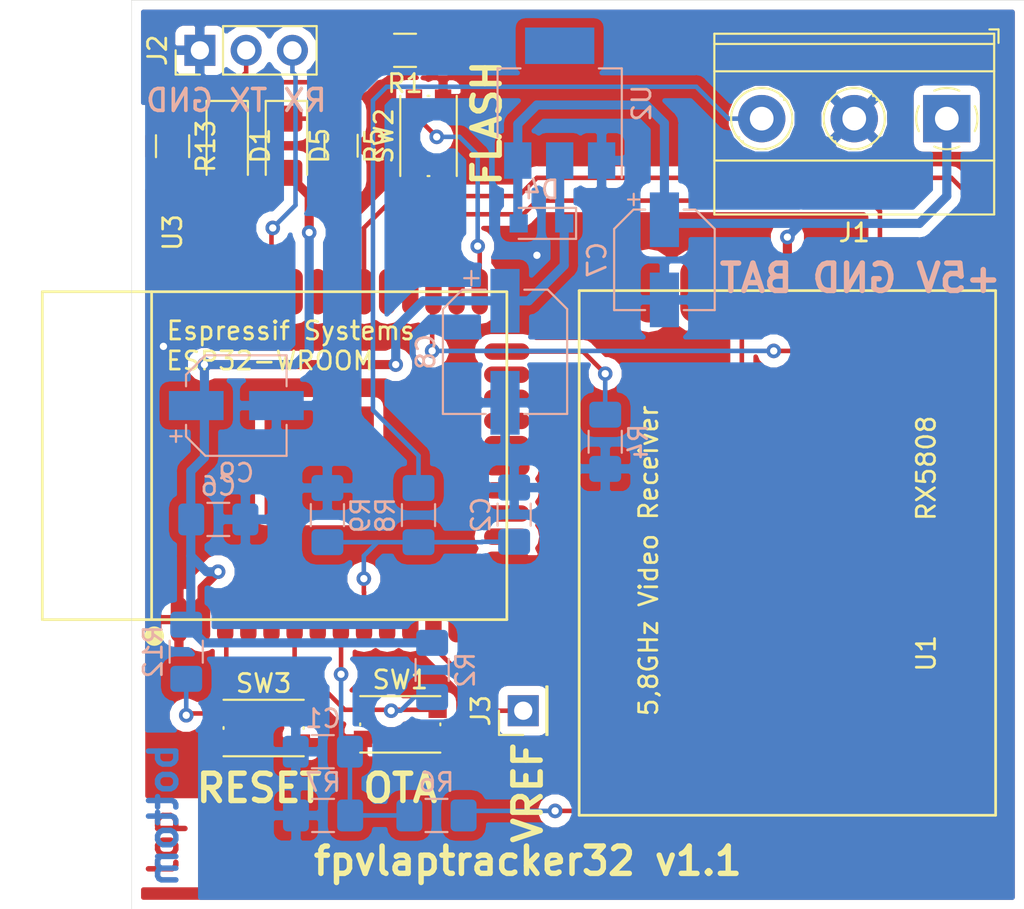
<source format=kicad_pcb>
(kicad_pcb (version 20171130) (host pcbnew 5.0.2-bee76a0~70~ubuntu18.04.1)
  (layers (0 F.Cu signal) (31 B.Cu signal) (34 B.Paste user) (35 F.Paste user) (36 B.SilkS user) (37 F.SilkS user) (38 B.Mask user) (39 F.Mask user) (44 Edge.Cuts user))
  (net 0 "")
  (net 1 GND)
  (net 2 +3V3)
  (net 3 /RSSI)
  (net 4 "Net-(U1-Pad2)")
  (net 5 +5V)
  (net 6 "Net-(U1-Pad10)")
  (net 7 "Net-(U1-Pad11)")
  (net 8 /SPI_DATA)
  (net 9 /SPI_CS)
  (net 10 /SPI_CLK)
  (net 11 /LED)
  (net 12 /ANALOG_RSSI)
  (net 13 /BAT)
  (net 14 /ANALOG_BAT)
  (net 15 "Net-(U3-Pad37)")
  (net 16 "Net-(U3-Pad36)")
  (net 17 /WEB_UPDATE)
  (net 18 "Net-(U3-Pad32)")
  (net 19 "Net-(U3-Pad29)")
  (net 20 "Net-(U3-Pad26)")
  (net 21 "Net-(U3-Pad22)")
  (net 22 "Net-(U3-Pad21)")
  (net 23 "Net-(U3-Pad20)")
  (net 24 "Net-(U3-Pad19)")
  (net 25 "Net-(U3-Pad18)")
  (net 26 "Net-(U3-Pad17)")
  (net 27 "Net-(U3-Pad14)")
  (net 28 "Net-(U3-Pad13)")
  (net 29 "Net-(U3-Pad11)")
  (net 30 "Net-(U3-Pad10)")
  (net 31 "Net-(U3-Pad7)")
  (net 32 "Net-(U3-Pad5)")
  (net 33 "Net-(U3-Pad4)")
  (net 34 /EN)
  (net 35 /IO0)
  (net 36 "Net-(R13-Pad2)")
  (net 37 /TXD)
  (net 38 /RXD)
  (net 39 "Net-(D1-Pad1)")
  (net 40 "Net-(R4-Pad2)")
  (net 41 "Net-(D5-Pad1)")
  (net 42 "Net-(U3-Pad23)")
  (net 43 "Net-(U3-Pad16)")
  (net 44 "Net-(U3-Pad33)")
  (net 45 /ADC_REF)
  (module Button_Switch_SMD:SW_SPST_KMR2 (layer F.Cu) (at 151.05 83.7 90)
    (fp_text reference SW2 (at 0 -2.45 90) (layer F.SilkS))
    (fp_text value Prog)
    (fp_line (start -2.2 0.05) (end -2.2 -0.05) (layer F.SilkS) (width 0.12))
    (fp_line (start 2.2 -1.55) (end -2.2 -1.55) (layer F.SilkS) (width 0.12))
    (fp_line (start -2.2 1.55) (end 2.2 1.55) (layer F.SilkS) (width 0.12))
    (fp_line (start 2.2 0.05) (end 2.2 -0.05) (layer F.SilkS) (width 0.12))
    (pad 2 smd rect (at 2.05 0.8 180) (size 0.9 1) (layers F.Cu F.Paste F.Mask) (net 1 GND))
    (pad 1 smd rect (at 2.05 -0.8 180) (size 0.9 1) (layers F.Cu F.Paste F.Mask) (net 35 /IO0))
    (pad 2 smd rect (at -2.05 0.8 180) (size 0.9 1) (layers F.Cu F.Paste F.Mask) (net 1 GND))
    (pad 1 smd rect (at -2.05 -0.8 180) (size 0.9 1) (layers F.Cu F.Paste F.Mask) (net 35 /IO0))
  )
  (module Button_Switch_SMD:SW_SPST_KMR2 (layer F.Cu) (at 142 116.2)
    (fp_text reference SW3 (at 0 -2.45) (layer F.SilkS))
    (fp_text value Reset)
    (fp_line (start -2.2 0.05) (end -2.2 -0.05) (layer F.SilkS) (width 0.12))
    (fp_line (start 2.2 -1.55) (end -2.2 -1.55) (layer F.SilkS) (width 0.12))
    (fp_line (start -2.2 1.55) (end 2.2 1.55) (layer F.SilkS) (width 0.12))
    (fp_line (start 2.2 0.05) (end 2.2 -0.05) (layer F.SilkS) (width 0.12))
    (pad 2 smd rect (at 2.05 0.8 90) (size 0.9 1) (layers F.Cu F.Paste F.Mask) (net 1 GND))
    (pad 1 smd rect (at 2.05 -0.8 90) (size 0.9 1) (layers F.Cu F.Paste F.Mask) (net 34 /EN))
    (pad 2 smd rect (at -2.05 0.8 90) (size 0.9 1) (layers F.Cu F.Paste F.Mask) (net 1 GND))
    (pad 1 smd rect (at -2.05 -0.8 90) (size 0.9 1) (layers F.Cu F.Paste F.Mask) (net 34 /EN))
  )
  (module Button_Switch_SMD:SW_SPST_KMR2 (layer F.Cu) (at 149.5 116)
    (fp_text reference SW1 (at 0 -2.45) (layer F.SilkS))
    (fp_text value Webupdate)
    (fp_line (start -2.2 0.05) (end -2.2 -0.05) (layer F.SilkS) (width 0.12))
    (fp_line (start 2.2 -1.55) (end -2.2 -1.55) (layer F.SilkS) (width 0.12))
    (fp_line (start -2.2 1.55) (end 2.2 1.55) (layer F.SilkS) (width 0.12))
    (fp_line (start 2.2 0.05) (end 2.2 -0.05) (layer F.SilkS) (width 0.12))
    (pad 2 smd rect (at 2.05 0.8 90) (size 0.9 1) (layers F.Cu F.Paste F.Mask) (net 1 GND))
    (pad 1 smd rect (at 2.05 -0.8 90) (size 0.9 1) (layers F.Cu F.Paste F.Mask) (net 17 /WEB_UPDATE))
    (pad 2 smd rect (at -2.05 0.8 90) (size 0.9 1) (layers F.Cu F.Paste F.Mask) (net 1 GND))
    (pad 1 smd rect (at -2.05 -0.8 90) (size 0.9 1) (layers F.Cu F.Paste F.Mask) (net 17 /WEB_UPDATE))
  )
  (module TerminalBlock_Phoenix:TerminalBlock_Phoenix_MKDS-1,5-3-5.08_1x03_P5.08mm_Horizontal (layer F.Cu) (at 179.5 82.75 180)
    (fp_text reference J1 (at 5.08 -6.26 180) (layer F.SilkS))
    (fp_text value Screw_Terminal_01x03)
    (fp_arc (start 0 0) (end 0 1.68) (angle -24) (layer F.SilkS) (width 0.12))
    (fp_arc (start 0 0) (end 1.535 0.684) (angle -48) (layer F.SilkS) (width 0.12))
    (fp_arc (start 0 0) (end 0.684 -1.535) (angle -48) (layer F.SilkS) (width 0.12))
    (fp_arc (start 0 0) (end -1.535 -0.684) (angle -48) (layer F.SilkS) (width 0.12))
    (fp_arc (start 0 0) (end -0.684 1.535) (angle -25) (layer F.SilkS) (width 0.12))
    (fp_circle (center 5.08 0) (end 6.76 0) (layer F.SilkS) (width 0.12))
    (fp_circle (center 10.16 0) (end 11.84 0) (layer F.SilkS) (width 0.12))
    (fp_line (start -2.6 4.1) (end 12.76 4.1) (layer F.SilkS) (width 0.12))
    (fp_line (start -2.6 2.6) (end 12.76 2.6) (layer F.SilkS) (width 0.12))
    (fp_line (start -2.6 -2.301) (end 12.76 -2.301) (layer F.SilkS) (width 0.12))
    (fp_line (start -2.6 -5.261) (end 12.76 -5.261) (layer F.SilkS) (width 0.12))
    (fp_line (start -2.6 4.66) (end 12.76 4.66) (layer F.SilkS) (width 0.12))
    (fp_line (start -2.6 -5.261) (end -2.6 4.66) (layer F.SilkS) (width 0.12))
    (fp_line (start 12.76 -5.261) (end 12.76 4.66) (layer F.SilkS) (width 0.12))
    (fp_line (start 6.355 -1.069) (end 6.308 -1.023) (layer F.SilkS) (width 0.12))
    (fp_line (start 4.046 1.239) (end 4.011 1.274) (layer F.SilkS) (width 0.12))
    (fp_line (start 6.15 -1.275) (end 6.115 -1.239) (layer F.SilkS) (width 0.12))
    (fp_line (start 3.853 1.023) (end 3.806 1.069) (layer F.SilkS) (width 0.12))
    (fp_line (start 11.435 -1.069) (end 11.388 -1.023) (layer F.SilkS) (width 0.12))
    (fp_line (start 9.126 1.239) (end 9.091 1.274) (layer F.SilkS) (width 0.12))
    (fp_line (start 11.23 -1.275) (end 11.195 -1.239) (layer F.SilkS) (width 0.12))
    (fp_line (start 8.933 1.023) (end 8.886 1.069) (layer F.SilkS) (width 0.12))
    (fp_line (start -2.84 4.16) (end -2.84 4.9) (layer F.SilkS) (width 0.12))
    (fp_line (start -2.84 4.9) (end -2.34 4.9) (layer F.SilkS) (width 0.12))
    (pad 1 thru_hole rect (at 0 0 180) (size 2.6 2.6) (drill 1.3) (layers *.Cu *.Mask) (net 5 +5V))
    (pad 2 thru_hole circle (at 5.08 0 180) (size 2.6 2.6) (drill 1.3) (layers *.Cu *.Mask) (net 1 GND))
    (pad 3 thru_hole circle (at 10.16 0 180) (size 2.6 2.6) (drill 1.3) (layers *.Cu *.Mask) (net 13 /BAT))
  )
  (module Package_TO_SOT_SMD:SOT-223 (layer B.Cu) (at 158.25 81.9 90)
    (fp_text reference U2 (at 0 4.5 90) (layer B.SilkS) (effects (justify mirror)))
    (fp_text value LM1117-3.3)
    (fp_line (start 1.91 -3.41) (end 1.91 -2.15) (layer B.SilkS) (width 0.12))
    (fp_line (start 1.91 3.41) (end 1.91 2.15) (layer B.SilkS) (width 0.12))
    (fp_line (start -1.85 -3.41) (end 1.91 -3.41) (layer B.SilkS) (width 0.12))
    (fp_line (start -4.1 3.41) (end 1.91 3.41) (layer B.SilkS) (width 0.12))
    (pad 4 smd rect (at 3.15 0 90) (size 2 3.8) (layers B.Cu B.Paste B.Mask))
    (pad 2 smd rect (at -3.15 0 90) (size 2 1.5) (layers B.Cu B.Paste B.Mask) (net 2 +3V3))
    (pad 3 smd rect (at -3.15 -2.3 90) (size 2 1.5) (layers B.Cu B.Paste B.Mask) (net 5 +5V))
    (pad 1 smd rect (at -3.15 2.3 90) (size 2 1.5) (layers B.Cu B.Paste B.Mask) (net 1 GND))
  )
  (module Diode_SMD:D_SOD-323_HandSoldering (layer B.Cu) (at 157.25 88.5 180)
    (fp_text reference D4 (at 0 1.85 180) (layer B.SilkS) (effects (justify mirror)))
    (fp_text value DIODE)
    (fp_line (start -1.9 0.85) (end -1.9 -0.85) (layer B.SilkS) (width 0.12))
    (fp_line (start -1.9 -0.85) (end 1.25 -0.85) (layer B.SilkS) (width 0.12))
    (fp_line (start -1.9 0.85) (end 1.25 0.85) (layer B.SilkS) (width 0.12))
    (pad 1 smd rect (at -1.25 0 180) (size 1 1) (layers B.Cu B.Paste B.Mask) (net 2 +3V3))
    (pad 2 smd rect (at 1.25 0 180) (size 1 1) (layers B.Cu B.Paste B.Mask) (net 5 +5V))
  )
  (module custom-footprints:RX5808 (layer F.Cu) (at 170.75 105.75 90)
    (fp_text reference U1 (at -6.35 7.62 90) (layer F.SilkS))
    (fp_text value RX5808 (at 3.81 7.62 90) (layer F.SilkS))
    (fp_text user "5,8GHz Video Receiver" (at -1.27 -7.62 90) (layer F.SilkS))
    (fp_line (start 13.56 -11.43) (end -15.24 -11.43) (layer F.SilkS) (width 0.15))
    (fp_line (start -15.24 -11.43) (end -15.24 11.43) (layer F.SilkS) (width 0.15))
    (fp_line (start -15.24 11.43) (end 13.56 11.43) (layer F.SilkS) (width 0.15))
    (fp_line (start 13.56 11.43) (end 13.56 -11.43) (layer F.SilkS) (width 0.15))
    (pad 1 smd oval (at -15.24 5.08 90) (size 3.5 1.6) (layers F.Cu F.Paste F.Mask) (net 1 GND))
    (pad 2 smd oval (at -15.24 7.62 90) (size 3.5 1.6) (layers F.Cu F.Paste F.Mask) (net 4 "Net-(U1-Pad2)"))
    (pad 3 smd oval (at -15.24 10.16 90) (size 3.5 1.6) (layers F.Cu F.Paste F.Mask) (net 1 GND))
    (pad 4 smd oval (at 13.56 10.16 90) (size 3.5 1.6) (layers F.Cu F.Paste F.Mask) (net 8 /SPI_DATA))
    (pad 5 smd oval (at 13.56 7.62 90) (size 3.5 1.6) (layers F.Cu F.Paste F.Mask) (net 9 /SPI_CS))
    (pad 6 smd oval (at 13.56 5.08 90) (size 3.5 1.6) (layers F.Cu F.Paste F.Mask) (net 10 /SPI_CLK))
    (pad 7 smd oval (at 13.56 2.54 90) (size 3.5 1.6) (layers F.Cu F.Paste F.Mask) (net 1 GND))
    (pad 8 smd oval (at 13.56 0 90) (size 3.5 1.6) (layers F.Cu F.Paste F.Mask) (net 5 +5V))
    (pad 9 smd oval (at 13.56 -2.54 90) (size 3.5 1.6) (layers F.Cu F.Paste F.Mask) (net 3 /RSSI))
    (pad 10 smd oval (at 13.56 -5.08 90) (size 3.5 1.6) (layers F.Cu F.Paste F.Mask) (net 6 "Net-(U1-Pad10)"))
    (pad 11 smd oval (at 13.56 -7.62 90) (size 3.5 1.6) (layers F.Cu F.Paste F.Mask) (net 7 "Net-(U1-Pad11)"))
    (pad 12 smd oval (at 13.56 -10.16 90) (size 3.5 1.6) (layers F.Cu F.Paste F.Mask) (net 1 GND))
  )
  (module Capacitor_SMD:C_1206_3216Metric_Pad1.42x1.75mm_HandSolder (layer B.Cu) (at 139.5125 104.75 180)
    (fp_text reference C6 (at 0 1.82 180) (layer B.SilkS) (effects (justify mirror)))
    (fp_text value 100nF)
    (fp_line (start -0.602064 0.91) (end 0.602064 0.91) (layer B.SilkS) (width 0.12))
    (fp_line (start -0.602064 -0.91) (end 0.602064 -0.91) (layer B.SilkS) (width 0.12))
    (pad 1 smd roundrect (at -1.4875 0 180) (size 1.425 1.75) (layers B.Cu B.Paste B.Mask) (roundrect_rratio 0.175439) (net 1 GND))
    (pad 2 smd roundrect (at 1.4875 0 180) (size 1.425 1.75) (layers B.Cu B.Paste B.Mask) (roundrect_rratio 0.175439) (net 2 +3V3))
  )
  (module Resistor_SMD:R_1206_3216Metric_Pad1.42x1.75mm_HandSolder (layer F.Cu) (at 149.7625 79 180)
    (fp_text reference R1 (at 0 -1.82 180) (layer F.SilkS))
    (fp_text value 1k)
    (fp_line (start -0.602064 0.91) (end 0.602064 0.91) (layer F.SilkS) (width 0.12))
    (fp_line (start -0.602064 -0.91) (end 0.602064 -0.91) (layer F.SilkS) (width 0.12))
    (pad 2 smd roundrect (at 1.4875 0 180) (size 1.425 1.75) (layers F.Cu F.Paste F.Mask) (roundrect_rratio 0.175439) (net 39 "Net-(D1-Pad1)"))
    (pad 1 smd roundrect (at -1.4875 0 180) (size 1.425 1.75) (layers F.Cu F.Paste F.Mask) (roundrect_rratio 0.175439) (net 1 GND))
  )
  (module Resistor_SMD:R_1206_3216Metric_Pad1.42x1.75mm_HandSolder (layer B.Cu) (at 160.75 100.4875 90)
    (fp_text reference R4 (at 0 1.82 90) (layer B.SilkS) (effects (justify mirror)))
    (fp_text value 5k)
    (fp_line (start -0.602064 -0.91) (end 0.602064 -0.91) (layer B.SilkS) (width 0.12))
    (fp_line (start -0.602064 0.91) (end 0.602064 0.91) (layer B.SilkS) (width 0.12))
    (pad 2 smd roundrect (at 1.4875 0 90) (size 1.425 1.75) (layers B.Cu B.Paste B.Mask) (roundrect_rratio 0.175439) (net 40 "Net-(R4-Pad2)"))
    (pad 1 smd roundrect (at -1.4875 0 90) (size 1.425 1.75) (layers B.Cu B.Paste B.Mask) (roundrect_rratio 0.175439) (net 1 GND))
  )
  (module Resistor_SMD:R_1206_3216Metric_Pad1.42x1.75mm_HandSolder (layer B.Cu) (at 151.4875 121 180)
    (fp_text reference R6 (at 0 1.82 180) (layer B.SilkS) (effects (justify mirror)))
    (fp_text value 10k)
    (fp_line (start -0.602064 0.91) (end 0.602064 0.91) (layer B.SilkS) (width 0.12))
    (fp_line (start -0.602064 -0.91) (end 0.602064 -0.91) (layer B.SilkS) (width 0.12))
    (pad 1 smd roundrect (at -1.4875 0 180) (size 1.425 1.75) (layers B.Cu B.Paste B.Mask) (roundrect_rratio 0.175439) (net 3 /RSSI))
    (pad 2 smd roundrect (at 1.4875 0 180) (size 1.425 1.75) (layers B.Cu B.Paste B.Mask) (roundrect_rratio 0.175439) (net 12 /ANALOG_RSSI))
  )
  (module Resistor_SMD:R_1206_3216Metric_Pad1.42x1.75mm_HandSolder (layer B.Cu) (at 145.2625 121 180)
    (fp_text reference R7 (at 0 1.82 180) (layer B.SilkS) (effects (justify mirror)))
    (fp_text value 10k)
    (fp_line (start -0.602064 0.91) (end 0.602064 0.91) (layer B.SilkS) (width 0.12))
    (fp_line (start -0.602064 -0.91) (end 0.602064 -0.91) (layer B.SilkS) (width 0.12))
    (pad 1 smd roundrect (at -1.4875 0 180) (size 1.425 1.75) (layers B.Cu B.Paste B.Mask) (roundrect_rratio 0.175439) (net 12 /ANALOG_RSSI))
    (pad 2 smd roundrect (at 1.4875 0 180) (size 1.425 1.75) (layers B.Cu B.Paste B.Mask) (roundrect_rratio 0.175439) (net 1 GND))
  )
  (module Resistor_SMD:R_1206_3216Metric_Pad1.42x1.75mm_HandSolder (layer B.Cu) (at 150.5 104.5125 270)
    (fp_text reference R8 (at 0 1.82 270) (layer B.SilkS) (effects (justify mirror)))
    (fp_text value 10k)
    (fp_line (start -0.602064 -0.91) (end 0.602064 -0.91) (layer B.SilkS) (width 0.12))
    (fp_line (start -0.602064 0.91) (end 0.602064 0.91) (layer B.SilkS) (width 0.12))
    (pad 2 smd roundrect (at 1.4875 0 270) (size 1.425 1.75) (layers B.Cu B.Paste B.Mask) (roundrect_rratio 0.175439) (net 14 /ANALOG_BAT))
    (pad 1 smd roundrect (at -1.4875 0 270) (size 1.425 1.75) (layers B.Cu B.Paste B.Mask) (roundrect_rratio 0.175439) (net 13 /BAT))
  )
  (module Resistor_SMD:R_1206_3216Metric_Pad1.42x1.75mm_HandSolder (layer B.Cu) (at 145.5 104.5125 90)
    (fp_text reference R9 (at 0 1.82 90) (layer B.SilkS) (effects (justify mirror)))
    (fp_text value 1k)
    (fp_line (start -0.602064 0.91) (end 0.602064 0.91) (layer B.SilkS) (width 0.12))
    (fp_line (start -0.602064 -0.91) (end 0.602064 -0.91) (layer B.SilkS) (width 0.12))
    (pad 1 smd roundrect (at -1.4875 0 90) (size 1.425 1.75) (layers B.Cu B.Paste B.Mask) (roundrect_rratio 0.175439) (net 14 /ANALOG_BAT))
    (pad 2 smd roundrect (at 1.4875 0 90) (size 1.425 1.75) (layers B.Cu B.Paste B.Mask) (roundrect_rratio 0.175439) (net 1 GND))
  )
  (module Resistor_SMD:R_1206_3216Metric_Pad1.42x1.75mm_HandSolder (layer B.Cu) (at 137.75 112.0125 270)
    (fp_text reference R12 (at 0 1.82 270) (layer B.SilkS) (effects (justify mirror)))
    (fp_text value 10k)
    (fp_line (start -0.602064 -0.91) (end 0.602064 -0.91) (layer B.SilkS) (width 0.12))
    (fp_line (start -0.602064 0.91) (end 0.602064 0.91) (layer B.SilkS) (width 0.12))
    (pad 2 smd roundrect (at 1.4875 0 270) (size 1.425 1.75) (layers B.Cu B.Paste B.Mask) (roundrect_rratio 0.175439) (net 34 /EN))
    (pad 1 smd roundrect (at -1.4875 0 270) (size 1.425 1.75) (layers B.Cu B.Paste B.Mask) (roundrect_rratio 0.175439) (net 2 +3V3))
  )
  (module Resistor_SMD:R_1206_3216Metric_Pad1.42x1.75mm_HandSolder (layer F.Cu) (at 137 84.2625 270)
    (fp_text reference R13 (at 0 -1.82 270) (layer F.SilkS))
    (fp_text value 470)
    (fp_line (start -0.602064 -0.91) (end 0.602064 -0.91) (layer F.SilkS) (width 0.12))
    (fp_line (start -0.602064 0.91) (end 0.602064 0.91) (layer F.SilkS) (width 0.12))
    (pad 1 smd roundrect (at -1.4875 0 270) (size 1.425 1.75) (layers F.Cu F.Paste F.Mask) (roundrect_rratio 0.175439) (net 37 /TXD))
    (pad 2 smd roundrect (at 1.4875 0 270) (size 1.425 1.75) (layers F.Cu F.Paste F.Mask) (roundrect_rratio 0.175439) (net 36 "Net-(R13-Pad2)"))
  )
  (module ESP-32:ESP32-WROOM (layer F.Cu) (at 142.6 101.25 270)
    (fp_text reference U3 (at -12.25 5.6 270) (layer F.SilkS))
    (fp_text value ESP-32_WROOM32)
    (fp_text user "Espressif Systems" (at -6.858 -0.889) (layer F.SilkS))
    (fp_circle (center 9.906 6.604) (end 10.033 6.858) (layer F.SilkS) (width 0.5))
    (fp_text user ESP32-WROOM (at -5.207 0.254) (layer F.SilkS))
    (fp_line (start -9 6.75) (end 9 6.75) (layer F.SilkS) (width 0.15))
    (fp_line (start 9 12.75) (end 9 -12.75) (layer F.SilkS) (width 0.15))
    (fp_line (start -9 12.75) (end -9 -12.75) (layer F.SilkS) (width 0.15))
    (fp_line (start -9 -12.75) (end 9 -12.75) (layer F.SilkS) (width 0.15))
    (fp_line (start -9 12.75) (end 9 12.75) (layer F.SilkS) (width 0.15))
    (pad 38 smd oval (at -9 5.25 270) (size 2.5 0.9) (layers F.Cu F.Paste F.Mask) (net 1 GND))
    (pad 37 smd oval (at -9 3.98 270) (size 2.5 0.9) (layers F.Cu F.Paste F.Mask) (net 15 "Net-(U3-Pad37)"))
    (pad 36 smd oval (at -9 2.71 270) (size 2.5 0.9) (layers F.Cu F.Paste F.Mask) (net 16 "Net-(U3-Pad36)"))
    (pad 35 smd oval (at -9 1.44 270) (size 2.5 0.9) (layers F.Cu F.Paste F.Mask) (net 36 "Net-(R13-Pad2)"))
    (pad 34 smd oval (at -9 0.17 270) (size 2.5 0.9) (layers F.Cu F.Paste F.Mask) (net 38 /RXD))
    (pad 33 smd oval (at -9 -1.1 270) (size 2.5 0.9) (layers F.Cu F.Paste F.Mask) (net 44 "Net-(U3-Pad33)"))
    (pad 32 smd oval (at -9 -2.37 270) (size 2.5 0.9) (layers F.Cu F.Paste F.Mask) (net 18 "Net-(U3-Pad32)"))
    (pad 31 smd oval (at -9 -3.64 270) (size 2.5 0.9) (layers F.Cu F.Paste F.Mask) (net 11 /LED))
    (pad 30 smd oval (at -9 -4.91 270) (size 2.5 0.9) (layers F.Cu F.Paste F.Mask) (net 8 /SPI_DATA))
    (pad 29 smd oval (at -9 -6.18 270) (size 2.5 0.9) (layers F.Cu F.Paste F.Mask) (net 19 "Net-(U3-Pad29)"))
    (pad 28 smd oval (at -9 -7.45 270) (size 2.5 0.9) (layers F.Cu F.Paste F.Mask) (net 10 /SPI_CLK))
    (pad 27 smd oval (at -9 -8.72 270) (size 2.5 0.9) (layers F.Cu F.Paste F.Mask) (net 9 /SPI_CS))
    (pad 26 smd oval (at -9 -9.99 270) (size 2.5 0.9) (layers F.Cu F.Paste F.Mask) (net 20 "Net-(U3-Pad26)"))
    (pad 25 smd oval (at -9 -11.26 270) (size 2.5 0.9) (layers F.Cu F.Paste F.Mask) (net 35 /IO0))
    (pad 24 smd oval (at -5.715 -12.75 270) (size 0.9 2.5) (layers F.Cu F.Paste F.Mask) (net 40 "Net-(R4-Pad2)"))
    (pad 23 smd oval (at -4.445 -12.75 270) (size 0.9 2.5) (layers F.Cu F.Paste F.Mask) (net 42 "Net-(U3-Pad23)"))
    (pad 22 smd oval (at -3.175 -12.75 270) (size 0.9 2.5) (layers F.Cu F.Paste F.Mask) (net 21 "Net-(U3-Pad22)"))
    (pad 21 smd oval (at -1.905 -12.75 270) (size 0.9 2.5) (layers F.Cu F.Paste F.Mask) (net 22 "Net-(U3-Pad21)"))
    (pad 20 smd oval (at -0.635 -12.75 270) (size 0.9 2.5) (layers F.Cu F.Paste F.Mask) (net 23 "Net-(U3-Pad20)"))
    (pad 19 smd oval (at 0.635 -12.75 270) (size 0.9 2.5) (layers F.Cu F.Paste F.Mask) (net 24 "Net-(U3-Pad19)"))
    (pad 18 smd oval (at 1.905 -12.75 270) (size 0.9 2.5) (layers F.Cu F.Paste F.Mask) (net 25 "Net-(U3-Pad18)"))
    (pad 17 smd oval (at 3.175 -12.75 270) (size 0.9 2.5) (layers F.Cu F.Paste F.Mask) (net 26 "Net-(U3-Pad17)"))
    (pad 16 smd oval (at 4.445 -12.75 270) (size 0.9 2.5) (layers F.Cu F.Paste F.Mask) (net 43 "Net-(U3-Pad16)"))
    (pad 15 smd oval (at 5.715 -12.75 270) (size 0.9 2.5) (layers F.Cu F.Paste F.Mask) (net 1 GND))
    (pad 14 smd oval (at 9 -11.26 270) (size 2.5 0.9) (layers F.Cu F.Paste F.Mask) (net 27 "Net-(U3-Pad14)"))
    (pad 13 smd oval (at 9 -9.99 270) (size 2.5 0.9) (layers F.Cu F.Paste F.Mask) (net 28 "Net-(U3-Pad13)"))
    (pad 12 smd oval (at 9 -8.72 270) (size 2.5 0.9) (layers F.Cu F.Paste F.Mask) (net 45 /ADC_REF))
    (pad 11 smd oval (at 9 -7.45 270) (size 2.5 0.9) (layers F.Cu F.Paste F.Mask) (net 29 "Net-(U3-Pad11)"))
    (pad 10 smd oval (at 9 -6.18 270) (size 2.5 0.9) (layers F.Cu F.Paste F.Mask) (net 30 "Net-(U3-Pad10)"))
    (pad 9 smd oval (at 9 -4.91 270) (size 2.5 0.9) (layers F.Cu F.Paste F.Mask) (net 14 /ANALOG_BAT))
    (pad 8 smd oval (at 9 -3.64 270) (size 2.5 0.9) (layers F.Cu F.Paste F.Mask) (net 12 /ANALOG_RSSI))
    (pad 7 smd oval (at 9 -2.37 270) (size 2.5 0.9) (layers F.Cu F.Paste F.Mask) (net 31 "Net-(U3-Pad7)"))
    (pad 6 smd oval (at 9 -1.1 270) (size 2.5 0.9) (layers F.Cu F.Paste F.Mask) (net 17 /WEB_UPDATE))
    (pad 5 smd oval (at 9 0.17 270) (size 2.5 0.9) (layers F.Cu F.Paste F.Mask) (net 32 "Net-(U3-Pad5)"))
    (pad 4 smd oval (at 9 1.44 270) (size 2.5 0.9) (layers F.Cu F.Paste F.Mask) (net 33 "Net-(U3-Pad4)"))
    (pad 3 smd oval (at 9 2.71 270) (size 2.5 0.9) (layers F.Cu F.Paste F.Mask) (net 34 /EN))
    (pad 2 smd oval (at 9 3.98 270) (size 2.5 0.9) (layers F.Cu F.Paste F.Mask) (net 2 +3V3))
    (pad 1 smd oval (at 9 5.25 270) (size 2.5 0.9) (layers F.Cu F.Paste F.Mask) (net 1 GND))
    (pad 39 smd rect (at 0.3 -2.45 270) (size 6 6) (layers F.Cu F.Paste F.Mask))
  )
  (module LED_SMD:LED_1206_3216Metric_Pad1.42x1.75mm_HandSolder (layer F.Cu) (at 140 84.2375 270)
    (fp_text reference D1 (at 0 -1.82 270) (layer F.SilkS))
    (fp_text value LED)
    (fp_line (start -2.46 1.135) (end 1.6 1.135) (layer F.SilkS) (width 0.12))
    (fp_line (start -2.46 -1.135) (end -2.46 1.135) (layer F.SilkS) (width 0.12))
    (fp_line (start 1.6 -1.135) (end -2.46 -1.135) (layer F.SilkS) (width 0.12))
    (pad 2 smd roundrect (at 1.4875 0 270) (size 1.425 1.75) (layers F.Cu F.Paste F.Mask) (roundrect_rratio 0.175439) (net 2 +3V3))
    (pad 1 smd roundrect (at -1.4875 0 270) (size 1.425 1.75) (layers F.Cu F.Paste F.Mask) (roundrect_rratio 0.175439) (net 39 "Net-(D1-Pad1)"))
  )
  (module Capacitor_SMD:CP_Elec_5x4.4 (layer B.Cu) (at 164 90.5 270)
    (fp_text reference C7 (at 0 3.7 270) (layer B.SilkS) (effects (justify mirror)))
    (fp_text value 10µF)
    (fp_line (start -3.3125 1.9975) (end -3.3125 1.3725) (layer B.SilkS) (width 0.12))
    (fp_line (start -3.625 1.685) (end -3 1.685) (layer B.SilkS) (width 0.12))
    (fp_line (start -2.76 -1.695563) (end -1.695563 -2.76) (layer B.SilkS) (width 0.12))
    (fp_line (start -2.76 1.695563) (end -1.695563 2.76) (layer B.SilkS) (width 0.12))
    (fp_line (start -2.76 1.695563) (end -2.76 1.06) (layer B.SilkS) (width 0.12))
    (fp_line (start -2.76 -1.695563) (end -2.76 -1.06) (layer B.SilkS) (width 0.12))
    (fp_line (start -1.695563 -2.76) (end 2.76 -2.76) (layer B.SilkS) (width 0.12))
    (fp_line (start -1.695563 2.76) (end 2.76 2.76) (layer B.SilkS) (width 0.12))
    (fp_line (start 2.76 2.76) (end 2.76 1.06) (layer B.SilkS) (width 0.12))
    (fp_line (start 2.76 -2.76) (end 2.76 -1.06) (layer B.SilkS) (width 0.12))
    (pad 2 smd rect (at 2.2 0 270) (size 3 1.6) (layers B.Cu B.Paste B.Mask) (net 1 GND))
    (pad 1 smd rect (at -2.2 0 270) (size 3 1.6) (layers B.Cu B.Paste B.Mask) (net 5 +5V))
  )
  (module Capacitor_SMD:CP_Elec_6.3x5.4 (layer B.Cu) (at 155.25 95.55 270)
    (fp_text reference C8 (at 0 4.35 270) (layer B.SilkS) (effects (justify mirror)))
    (fp_text value 100µF)
    (fp_line (start 3.41 -3.41) (end 3.41 -1.06) (layer B.SilkS) (width 0.12))
    (fp_line (start 3.41 3.41) (end 3.41 1.06) (layer B.SilkS) (width 0.12))
    (fp_line (start -2.345563 3.41) (end 3.41 3.41) (layer B.SilkS) (width 0.12))
    (fp_line (start -2.345563 -3.41) (end 3.41 -3.41) (layer B.SilkS) (width 0.12))
    (fp_line (start -3.41 -2.345563) (end -3.41 -1.06) (layer B.SilkS) (width 0.12))
    (fp_line (start -3.41 2.345563) (end -3.41 1.06) (layer B.SilkS) (width 0.12))
    (fp_line (start -3.41 2.345563) (end -2.345563 3.41) (layer B.SilkS) (width 0.12))
    (fp_line (start -3.41 -2.345563) (end -2.345563 -3.41) (layer B.SilkS) (width 0.12))
    (fp_line (start -4.4375 1.8475) (end -3.65 1.8475) (layer B.SilkS) (width 0.12))
    (fp_line (start -4.04375 2.24125) (end -4.04375 1.45375) (layer B.SilkS) (width 0.12))
    (pad 1 smd rect (at -2.8 0 270) (size 3.5 1.6) (layers B.Cu B.Paste B.Mask) (net 2 +3V3))
    (pad 2 smd rect (at 2.8 0 270) (size 3.5 1.6) (layers B.Cu B.Paste B.Mask) (net 1 GND))
  )
  (module Capacitor_SMD:CP_Elec_5x4.4 (layer B.Cu) (at 140.5 98.5)
    (fp_text reference C9 (at 0 3.7) (layer B.SilkS) (effects (justify mirror)))
    (fp_text value 10µF)
    (fp_line (start 2.76 -2.76) (end 2.76 -1.06) (layer B.SilkS) (width 0.12))
    (fp_line (start 2.76 2.76) (end 2.76 1.06) (layer B.SilkS) (width 0.12))
    (fp_line (start -1.695563 2.76) (end 2.76 2.76) (layer B.SilkS) (width 0.12))
    (fp_line (start -1.695563 -2.76) (end 2.76 -2.76) (layer B.SilkS) (width 0.12))
    (fp_line (start -2.76 -1.695563) (end -2.76 -1.06) (layer B.SilkS) (width 0.12))
    (fp_line (start -2.76 1.695563) (end -2.76 1.06) (layer B.SilkS) (width 0.12))
    (fp_line (start -2.76 1.695563) (end -1.695563 2.76) (layer B.SilkS) (width 0.12))
    (fp_line (start -2.76 -1.695563) (end -1.695563 -2.76) (layer B.SilkS) (width 0.12))
    (fp_line (start -3.625 1.685) (end -3 1.685) (layer B.SilkS) (width 0.12))
    (fp_line (start -3.3125 1.9975) (end -3.3125 1.3725) (layer B.SilkS) (width 0.12))
    (pad 1 smd rect (at -2.2 0) (size 3 1.6) (layers B.Cu B.Paste B.Mask) (net 2 +3V3))
    (pad 2 smd rect (at 2.2 0) (size 3 1.6) (layers B.Cu B.Paste B.Mask) (net 1 GND))
  )
  (module LED_SMD:LED_1206_3216Metric_Pad1.42x1.75mm_HandSolder (layer F.Cu) (at 143.25 84.2375 270)
    (fp_text reference D5 (at 0 -1.82 270) (layer F.SilkS))
    (fp_text value LED)
    (fp_line (start 1.6 -1.135) (end -2.46 -1.135) (layer F.SilkS) (width 0.12))
    (fp_line (start -2.46 -1.135) (end -2.46 1.135) (layer F.SilkS) (width 0.12))
    (fp_line (start -2.46 1.135) (end 1.6 1.135) (layer F.SilkS) (width 0.12))
    (pad 1 smd roundrect (at -1.4875 0 270) (size 1.425 1.75) (layers F.Cu F.Paste F.Mask) (roundrect_rratio 0.175439) (net 41 "Net-(D5-Pad1)"))
    (pad 2 smd roundrect (at 1.4875 0 270) (size 1.425 1.75) (layers F.Cu F.Paste F.Mask) (roundrect_rratio 0.175439) (net 2 +3V3))
  )
  (module Resistor_SMD:R_1206_3216Metric_Pad1.42x1.75mm_HandSolder (layer F.Cu) (at 146.25 84.2375 270)
    (fp_text reference R5 (at 0 -1.82 270) (layer F.SilkS))
    (fp_text value 100)
    (fp_line (start -0.602064 -0.91) (end 0.602064 -0.91) (layer F.SilkS) (width 0.12))
    (fp_line (start -0.602064 0.91) (end 0.602064 0.91) (layer F.SilkS) (width 0.12))
    (pad 1 smd roundrect (at -1.4875 0 270) (size 1.425 1.75) (layers F.Cu F.Paste F.Mask) (roundrect_rratio 0.175439) (net 41 "Net-(D5-Pad1)"))
    (pad 2 smd roundrect (at 1.4875 0 270) (size 1.425 1.75) (layers F.Cu F.Paste F.Mask) (roundrect_rratio 0.175439) (net 11 /LED))
  )
  (module Connector_PinHeader_2.54mm:PinHeader_1x03_P2.54mm_Vertical (layer F.Cu) (at 138.5 79 90)
    (fp_text reference J2 (at 0 -2.33 90) (layer F.SilkS))
    (fp_text value Serial)
    (fp_line (start -1.33 6.41) (end 1.33 6.41) (layer F.SilkS) (width 0.12))
    (fp_line (start -1.33 1.27) (end -1.33 6.41) (layer F.SilkS) (width 0.12))
    (fp_line (start 1.33 1.27) (end 1.33 6.41) (layer F.SilkS) (width 0.12))
    (fp_line (start -1.33 1.27) (end 1.33 1.27) (layer F.SilkS) (width 0.12))
    (fp_line (start -1.33 0) (end -1.33 -1.33) (layer F.SilkS) (width 0.12))
    (fp_line (start -1.33 -1.33) (end 0 -1.33) (layer F.SilkS) (width 0.12))
    (pad 1 thru_hole rect (at 0 0 90) (size 1.7 1.7) (drill 1) (layers *.Cu *.Mask) (net 1 GND))
    (pad 2 thru_hole oval (at 0 2.54 90) (size 1.7 1.7) (drill 1) (layers *.Cu *.Mask) (net 37 /TXD))
    (pad 3 thru_hole oval (at 0 5.08 90) (size 1.7 1.7) (drill 1) (layers *.Cu *.Mask) (net 38 /RXD))
  )
  (module Capacitor_SMD:C_1206_3216Metric_Pad1.42x1.75mm_HandSolder (layer B.Cu) (at 145.25 117.5 180)
    (fp_text reference C1 (at 0 1.82 180) (layer B.SilkS) (effects (justify mirror)))
    (fp_text value 100nF)
    (fp_line (start -0.602064 0.91) (end 0.602064 0.91) (layer B.SilkS) (width 0.12))
    (fp_line (start -0.602064 -0.91) (end 0.602064 -0.91) (layer B.SilkS) (width 0.12))
    (pad 1 smd roundrect (at -1.4875 0 180) (size 1.425 1.75) (layers B.Cu B.Paste B.Mask) (roundrect_rratio 0.175439) (net 12 /ANALOG_RSSI))
    (pad 2 smd roundrect (at 1.4875 0 180) (size 1.425 1.75) (layers B.Cu B.Paste B.Mask) (roundrect_rratio 0.175439) (net 1 GND))
  )
  (module Capacitor_SMD:C_1206_3216Metric_Pad1.42x1.75mm_HandSolder (layer B.Cu) (at 155.75 104.4875 270)
    (fp_text reference C2 (at 0 1.82 270) (layer B.SilkS) (effects (justify mirror)))
    (fp_text value 100nF)
    (fp_line (start -0.602064 -0.91) (end 0.602064 -0.91) (layer B.SilkS) (width 0.12))
    (fp_line (start -0.602064 0.91) (end 0.602064 0.91) (layer B.SilkS) (width 0.12))
    (pad 2 smd roundrect (at 1.4875 0 270) (size 1.425 1.75) (layers B.Cu B.Paste B.Mask) (roundrect_rratio 0.175439) (net 14 /ANALOG_BAT))
    (pad 1 smd roundrect (at -1.4875 0 270) (size 1.425 1.75) (layers B.Cu B.Paste B.Mask) (roundrect_rratio 0.175439) (net 1 GND))
  )
  (module Resistor_SMD:R_1206_3216Metric_Pad1.42x1.75mm_HandSolder (layer B.Cu) (at 151.25 113.0125 90)
    (fp_text reference R2 (at 0 1.82 90) (layer B.SilkS) (effects (justify mirror)))
    (fp_text value 10k)
    (fp_line (start -0.602064 0.91) (end 0.602064 0.91) (layer B.SilkS) (width 0.12))
    (fp_line (start -0.602064 -0.91) (end 0.602064 -0.91) (layer B.SilkS) (width 0.12))
    (pad 1 smd roundrect (at -1.4875 0 90) (size 1.425 1.75) (layers B.Cu B.Paste B.Mask) (roundrect_rratio 0.175439) (net 17 /WEB_UPDATE))
    (pad 2 smd roundrect (at 1.4875 0 90) (size 1.425 1.75) (layers B.Cu B.Paste B.Mask) (roundrect_rratio 0.175439) (net 2 +3V3))
  )
  (module Connector_PinHeader_2.54mm:PinHeader_1x01_P2.54mm_Vertical (layer F.Cu) (at 156.25 115.25 90)
    (fp_text reference J3 (at 0 -2.33 90) (layer F.SilkS))
    (fp_text value Conn_01x01_Female)
    (fp_line (start -1.33 1.33) (end 1.33 1.33) (layer F.SilkS) (width 0.12))
    (fp_line (start -1.33 1.27) (end -1.33 1.33) (layer F.SilkS) (width 0.12))
    (fp_line (start 1.33 1.27) (end 1.33 1.33) (layer F.SilkS) (width 0.12))
    (fp_line (start -1.33 1.27) (end 1.33 1.27) (layer F.SilkS) (width 0.12))
    (fp_line (start -1.33 0) (end -1.33 -1.33) (layer F.SilkS) (width 0.12))
    (fp_line (start -1.33 -1.33) (end 0 -1.33) (layer F.SilkS) (width 0.12))
    (pad 1 thru_hole rect (at 0 0 90) (size 1.7 1.7) (drill 1) (layers *.Cu *.Mask) (net 45 /ADC_REF))
  )
  (gr_text VREF (at 156.5 119.75 90) (layer F.SilkS) (effects (font (size 1.5 1.5) (thickness 0.3))))
  (gr_text FLASH (at 154.25 83 90) (layer F.SilkS) (effects (font (size 1.5 1.5) (thickness 0.3))))
  (gr_text RESET (at 141.75 119.5) (layer F.SilkS) (effects (font (size 1.5 1.5) (thickness 0.3))))
  (gr_text OTA (at 149.5 119.5) (layer F.SilkS) (effects (font (size 1.5 1.5) (thickness 0.3))))
  (gr_text "fpvlaptracker32 v1.1" (at 156.5 123.5) (layer F.SilkS) (effects (font (size 1.5 1.5) (thickness 0.3))))
  (gr_text "RX TX GND" (at 140.5 81.75) (layer B.SilkS) (effects (font (size 1.2 1.2) (thickness 0.2)) (justify mirror)))
  (gr_text "+5V GND BAT" (at 174.75 91.5) (layer B.SilkS) (effects (font (size 1.5 1.5) (thickness 0.3)) (justify mirror)))
  (gr_text bottom (at 136.5 121 90) (layer B.Cu) (effects (font (size 1.5 1.5) (thickness 0.3)) (justify mirror)))
  (gr_text top (at 136.5 122.5 90) (layer F.Cu) (effects (font (size 1.5 1.5) (thickness 0.3))))
  (gr_line (start 183.75 126.15) (end 134.75 126.15) (layer Edge.Cuts) (width 0.0254))
  (gr_line (start 134.75 76.25) (end 134.75 126.15) (layer Edge.Cuts) (width 0.0254))
  (gr_line (start 183.75 76.25) (end 183.75 126.15) (layer Edge.Cuts) (width 0.0254))
  (gr_line (start 134.75 76.25) (end 183.75 76.25) (layer Edge.Cuts) (width 0.0254))
  (via (at 136.5 95.25) (size 0.8) (drill 0.4) (layers F.Cu B.Cu) (net 1))
  (via (at 157 90.25) (size 0.8) (drill 0.4) (layers F.Cu B.Cu) (net 1))
  (segment (start 158.25 88.25) (end 158.5 88.5) (width 0.499999) (layer B.Cu) (net 2))
  (segment (start 158.25 85.05) (end 158.25 88.25) (width 0.499999) (layer B.Cu) (net 2))
  (segment (start 156.549999 92.75) (end 155.25 92.75) (width 0.499999) (layer B.Cu) (net 2))
  (segment (start 158.5 90.799999) (end 156.549999 92.75) (width 0.499999) (layer B.Cu) (net 2))
  (segment (start 158.5 88.5) (end 158.5 90.799999) (width 0.499999) (layer B.Cu) (net 2))
  (segment (start 155.25 92.75) (end 153.950001 92.75) (width 0.499999) (layer B.Cu) (net 2))
  (segment (start 153.950001 92.75) (end 150.75 92.75) (width 0.499999) (layer B.Cu) (net 2))
  (segment (start 150.75 92.75) (end 149.25 94.25) (width 0.499999) (layer B.Cu) (net 2))
  (segment (start 149.25 94.25) (end 149.25 96.25) (width 0.499999) (layer B.Cu) (net 2))
  (via (at 149.25 96.25) (size 0.8) (drill 0.4) (layers F.Cu B.Cu) (net 2))
  (segment (start 149.25 96.25) (end 138.75 96.25) (width 0.499999) (layer F.Cu) (net 2))
  (via (at 138.75 96.25) (size 0.8) (drill 0.4) (layers F.Cu B.Cu) (net 2))
  (segment (start 138.75 101.35) (end 138.6 101.5) (width 0.499999) (layer B.Cu) (net 2))
  (segment (start 138 102.1) (end 138.6 101.5) (width 0.499999) (layer B.Cu) (net 2))
  (segment (start 138 110.275) (end 137.75 110.525) (width 0.499999) (layer B.Cu) (net 2))
  (segment (start 138 106.75) (end 138 110.275) (width 0.499999) (layer B.Cu) (net 2))
  (segment (start 138.75 111.525) (end 137.75 110.525) (width 0.499999) (layer B.Cu) (net 2))
  (segment (start 151.25 111.525) (end 138.75 111.525) (width 0.499999) (layer B.Cu) (net 2))
  (segment (start 138 105.25) (end 138 102.1) (width 0.499999) (layer B.Cu) (net 2))
  (segment (start 138 106.75) (end 138 105.25) (width 0.499999) (layer B.Cu) (net 2))
  (segment (start 138.62 108.500001) (end 139.5 107.620001) (width 0.499999) (layer F.Cu) (net 2))
  (segment (start 138.62 110.25) (end 138.62 108.500001) (width 0.499999) (layer F.Cu) (net 2))
  (via (at 139.5 107.620001) (size 0.8) (drill 0.4) (layers F.Cu B.Cu) (net 2))
  (segment (start 138.870001 107.620001) (end 138 106.75) (width 0.499999) (layer B.Cu) (net 2))
  (segment (start 139.5 107.620001) (end 138.870001 107.620001) (width 0.499999) (layer B.Cu) (net 2))
  (segment (start 138.75 98.95) (end 138.3 98.5) (width 0.499999) (layer B.Cu) (net 2))
  (segment (start 138.75 101) (end 138.75 100.2) (width 0.499999) (layer B.Cu) (net 2))
  (segment (start 138.75 96.25) (end 138.75 101) (width 0.499999) (layer B.Cu) (net 2))
  (segment (start 138.75 101) (end 138.75 101.35) (width 0.499999) (layer B.Cu) (net 2))
  (segment (start 140 85.725) (end 143.25 85.725) (width 0.499999) (layer F.Cu) (net 2))
  (segment (start 143.25 85.725) (end 144.5 86.975) (width 0.499999) (layer F.Cu) (net 2))
  (segment (start 144.5 86.975) (end 144.5 89) (width 0.499999) (layer F.Cu) (net 2))
  (via (at 144.5 89) (size 0.8) (drill 0.4) (layers F.Cu B.Cu) (net 2))
  (segment (start 143.75 96.25) (end 138.75 96.25) (width 0.499999) (layer B.Cu) (net 2))
  (segment (start 144.5 95.5) (end 143.75 96.25) (width 0.499999) (layer B.Cu) (net 2))
  (segment (start 144.5 89) (end 144.5 95.5) (width 0.499999) (layer B.Cu) (net 2))
  (segment (start 168.21 94.19) (end 168.25 94.23) (width 0.25) (layer F.Cu) (net 3))
  (segment (start 168.21 92.19) (end 168.21 94.19) (width 0.25) (layer F.Cu) (net 3))
  (segment (start 168.25 94.23) (end 168.25 119) (width 0.25) (layer F.Cu) (net 3))
  (segment (start 168.25 119) (end 166.5 120.75) (width 0.25) (layer F.Cu) (net 3))
  (segment (start 166.5 120.75) (end 158 120.75) (width 0.25) (layer F.Cu) (net 3))
  (via (at 158 120.75) (size 0.8) (drill 0.4) (layers F.Cu B.Cu) (net 3))
  (segment (start 153.225 120.75) (end 152.975 121) (width 0.25) (layer B.Cu) (net 3))
  (segment (start 158 120.75) (end 153.225 120.75) (width 0.25) (layer B.Cu) (net 3))
  (segment (start 171.25 88.75) (end 170.75 89.25) (width 0.499999) (layer B.Cu) (net 5))
  (via (at 170.75 89.25) (size 0.8) (drill 0.4) (layers F.Cu B.Cu) (net 5))
  (segment (start 170.75 89.25) (end 170.75 92.44) (width 0.499999) (layer F.Cu) (net 5))
  (segment (start 179.5 87) (end 178 88.5) (width 0.499999) (layer B.Cu) (net 5))
  (segment (start 178 88.5) (end 171.5 88.5) (width 0.499999) (layer B.Cu) (net 5))
  (segment (start 179.5 82.75) (end 179.5 87) (width 0.499999) (layer B.Cu) (net 5))
  (segment (start 171.5 88.5) (end 171.25 88.75) (width 0.499999) (layer B.Cu) (net 5))
  (segment (start 155.95 88.45) (end 156 88.5) (width 0.499999) (layer B.Cu) (net 5))
  (segment (start 155.95 85.05) (end 155.95 88.45) (width 0.499999) (layer B.Cu) (net 5))
  (segment (start 155.95 85.05) (end 155.95 83.05) (width 0.499999) (layer B.Cu) (net 5))
  (segment (start 155.95 83.05) (end 157 82) (width 0.499999) (layer B.Cu) (net 5))
  (segment (start 157 82) (end 163 82) (width 0.499999) (layer B.Cu) (net 5))
  (segment (start 164 83) (end 164 88.3) (width 0.499999) (layer B.Cu) (net 5))
  (segment (start 163 82) (end 164 83) (width 0.499999) (layer B.Cu) (net 5))
  (segment (start 164.2 88.5) (end 164 88.3) (width 0.499999) (layer B.Cu) (net 5))
  (segment (start 171.5 88.5) (end 164.2 88.5) (width 0.499999) (layer B.Cu) (net 5))
  (segment (start 147.51 88.74) (end 147.51 92.25) (width 0.25) (layer F.Cu) (net 8))
  (segment (start 149.25 87) (end 147.51 88.74) (width 0.25) (layer F.Cu) (net 8))
  (segment (start 156 87) (end 149.25 87) (width 0.25) (layer F.Cu) (net 8))
  (segment (start 157 86) (end 156 87) (width 0.25) (layer F.Cu) (net 8))
  (segment (start 179.75 86) (end 157 86) (width 0.25) (layer F.Cu) (net 8))
  (segment (start 180.91 92.19) (end 180.91 91.24) (width 0.25) (layer F.Cu) (net 8))
  (segment (start 180.91 91.24) (end 180.75 91.08) (width 0.25) (layer F.Cu) (net 8))
  (segment (start 180.75 91.08) (end 180.75 87) (width 0.25) (layer F.Cu) (net 8))
  (segment (start 180.75 87) (end 179.75 86) (width 0.25) (layer F.Cu) (net 8))
  (segment (start 178.37 94.19) (end 177.06 95.5) (width 0.25) (layer F.Cu) (net 9))
  (segment (start 178.37 92.19) (end 178.37 94.19) (width 0.25) (layer F.Cu) (net 9))
  (segment (start 177.06 95.5) (end 170 95.5) (width 0.25) (layer F.Cu) (net 9))
  (via (at 170 95.5) (size 0.8) (drill 0.4) (layers F.Cu B.Cu) (net 9))
  (segment (start 170 95.5) (end 151.25 95.5) (width 0.25) (layer B.Cu) (net 9))
  (via (at 151.25 95.5) (size 0.8) (drill 0.4) (layers F.Cu B.Cu) (net 9))
  (segment (start 151.25 92.32) (end 151.32 92.25) (width 0.25) (layer F.Cu) (net 9))
  (segment (start 151.25 95.5) (end 151.25 92.32) (width 0.25) (layer F.Cu) (net 9))
  (segment (start 175.83 92.19) (end 175.83 91.24) (width 0.25) (layer F.Cu) (net 10))
  (segment (start 150.05 89.45) (end 150.05 92.25) (width 0.25) (layer F.Cu) (net 10))
  (segment (start 156.25 88) (end 151.5 88) (width 0.25) (layer F.Cu) (net 10))
  (segment (start 175.83 92.19) (end 175.83 87.83) (width 0.25) (layer F.Cu) (net 10))
  (segment (start 175.83 87.83) (end 175.25 87.25) (width 0.25) (layer F.Cu) (net 10))
  (segment (start 175.25 87.25) (end 157 87.25) (width 0.25) (layer F.Cu) (net 10))
  (segment (start 151.5 88) (end 150.05 89.45) (width 0.25) (layer F.Cu) (net 10))
  (segment (start 157 87.25) (end 156.25 88) (width 0.25) (layer F.Cu) (net 10))
  (segment (start 146.24 92.25) (end 146.24 89.01) (width 0.25) (layer F.Cu) (net 11))
  (segment (start 146.25 89) (end 146.25 85.725) (width 0.25) (layer F.Cu) (net 11))
  (segment (start 146.24 89.01) (end 146.25 89) (width 0.25) (layer F.Cu) (net 11))
  (segment (start 146.24 111.75) (end 146.25 111.76) (width 0.25) (layer F.Cu) (net 12))
  (segment (start 146.24 110.25) (end 146.24 111.75) (width 0.25) (layer F.Cu) (net 12))
  (segment (start 146.25 111.76) (end 146.25 113.25) (width 0.25) (layer F.Cu) (net 12))
  (via (at 146.25 113.25) (size 0.8) (drill 0.4) (layers F.Cu B.Cu) (net 12))
  (segment (start 146.25 117.0125) (end 146.7375 117.5) (width 0.25) (layer B.Cu) (net 12))
  (segment (start 146.25 113.25) (end 146.25 117.0125) (width 0.25) (layer B.Cu) (net 12))
  (segment (start 146.7375 120.9875) (end 146.75 121) (width 0.25) (layer B.Cu) (net 12))
  (segment (start 146.7375 117.5) (end 146.7375 120.9875) (width 0.25) (layer B.Cu) (net 12))
  (segment (start 147.5625 121) (end 150 121) (width 0.25) (layer B.Cu) (net 12))
  (segment (start 146.75 121) (end 147.5625 121) (width 0.25) (layer B.Cu) (net 12))
  (segment (start 167.501523 82.75) (end 165.751523 81) (width 0.25) (layer B.Cu) (net 13))
  (segment (start 169.34 82.75) (end 167.501523 82.75) (width 0.25) (layer B.Cu) (net 13))
  (segment (start 165.751523 81) (end 148.75 81) (width 0.25) (layer B.Cu) (net 13))
  (segment (start 148.75 81) (end 148 81.75) (width 0.25) (layer B.Cu) (net 13))
  (segment (start 148 81.75) (end 148 98.75) (width 0.25) (layer B.Cu) (net 13))
  (segment (start 150.5 101.25) (end 150.5 103.025) (width 0.25) (layer B.Cu) (net 13))
  (segment (start 148 98.75) (end 150.5 101.25) (width 0.25) (layer B.Cu) (net 13))
  (segment (start 147.51 108.75) (end 147.5 108.74) (width 0.25) (layer F.Cu) (net 14))
  (segment (start 147.51 110.25) (end 147.51 108.75) (width 0.25) (layer F.Cu) (net 14))
  (segment (start 147.5 108.74) (end 147.5 108) (width 0.25) (layer F.Cu) (net 14))
  (via (at 147.5 108) (size 0.8) (drill 0.4) (layers F.Cu B.Cu) (net 14))
  (segment (start 150.5 106) (end 153.975 106) (width 0.25) (layer B.Cu) (net 14))
  (segment (start 154 105.975) (end 155.75 105.975) (width 0.25) (layer B.Cu) (net 14))
  (segment (start 153.975 106) (end 154 105.975) (width 0.25) (layer B.Cu) (net 14))
  (segment (start 147.25 106) (end 145.5 106) (width 0.25) (layer B.Cu) (net 14))
  (segment (start 147.5 106.75) (end 148.25 106) (width 0.25) (layer B.Cu) (net 14))
  (segment (start 148.25 106) (end 150.5 106) (width 0.25) (layer B.Cu) (net 14))
  (segment (start 147.5 108) (end 147.5 106.75) (width 0.25) (layer B.Cu) (net 14))
  (segment (start 147.25 106) (end 148.25 106) (width 0.25) (layer B.Cu) (net 14))
  (segment (start 146.45 115.2) (end 147.45 115.2) (width 0.25) (layer F.Cu) (net 17))
  (segment (start 143.7 112.45) (end 146.45 115.2) (width 0.25) (layer F.Cu) (net 17))
  (segment (start 143.7 110.25) (end 143.7 112.45) (width 0.25) (layer F.Cu) (net 17))
  (segment (start 150.275 114.5) (end 149.525 115.25) (width 0.25) (layer B.Cu) (net 17))
  (segment (start 151.25 114.5) (end 150.275 114.5) (width 0.25) (layer B.Cu) (net 17))
  (segment (start 149.525 115.25) (end 149 115.25) (width 0.25) (layer B.Cu) (net 17))
  (via (at 149 115.25) (size 0.8) (drill 0.4) (layers F.Cu B.Cu) (net 17))
  (segment (start 148.95 115.2) (end 149 115.25) (width 0.25) (layer F.Cu) (net 17))
  (segment (start 147.45 115.2) (end 148.95 115.2) (width 0.25) (layer F.Cu) (net 17))
  (segment (start 149.05 115.2) (end 149 115.25) (width 0.25) (layer F.Cu) (net 17))
  (segment (start 151.55 115.2) (end 149.05 115.2) (width 0.25) (layer F.Cu) (net 17))
  (segment (start 139.95 110.31) (end 139.89 110.25) (width 0.25) (layer F.Cu) (net 34))
  (segment (start 139.95 115.4) (end 139.95 110.31) (width 0.25) (layer F.Cu) (net 34))
  (segment (start 144.05 115.4) (end 143.3 115.4) (width 0.25) (layer F.Cu) (net 34))
  (segment (start 141.5 115.4) (end 139.95 115.4) (width 0.25) (layer F.Cu) (net 34))
  (segment (start 141.5 115.5) (end 141.5 115.4) (width 0.25) (layer F.Cu) (net 34))
  (segment (start 143.3 115.4) (end 141.5 115.4) (width 0.25) (layer F.Cu) (net 34))
  (segment (start 137.75 113.5) (end 137.75 114.3125) (width 0.25) (layer B.Cu) (net 34))
  (segment (start 137.75 114.3125) (end 137.75 115.5) (width 0.25) (layer B.Cu) (net 34))
  (via (at 137.75 115.5) (size 0.8) (drill 0.4) (layers F.Cu B.Cu) (net 34))
  (segment (start 137.85 115.4) (end 137.75 115.5) (width 0.25) (layer F.Cu) (net 34))
  (segment (start 139.95 115.4) (end 137.85 115.4) (width 0.25) (layer F.Cu) (net 34))
  (segment (start 150.25 82.4) (end 150.25 85.75) (width 0.25) (layer F.Cu) (net 35))
  (segment (start 150.25 81.65) (end 150.25 82.4) (width 0.25) (layer F.Cu) (net 35))
  (segment (start 153.86 92.25) (end 153.86 89.86) (width 0.25) (layer F.Cu) (net 35))
  (segment (start 153.86 89.86) (end 153.75 89.75) (width 0.25) (layer F.Cu) (net 35))
  (via (at 153.75 89.75) (size 0.8) (drill 0.4) (layers F.Cu B.Cu) (net 35))
  (segment (start 153.75 89.75) (end 153.75 84.75) (width 0.25) (layer B.Cu) (net 35))
  (segment (start 153.75 84.75) (end 152.75 83.75) (width 0.25) (layer B.Cu) (net 35))
  (via (at 151.5 83.75) (size 0.8) (drill 0.4) (layers F.Cu B.Cu) (net 35))
  (segment (start 152.75 83.75) (end 151.5 83.75) (width 0.25) (layer B.Cu) (net 35))
  (segment (start 150.25 82.5) (end 151.5 83.75) (width 0.25) (layer F.Cu) (net 35))
  (segment (start 150.25 81.65) (end 150.25 82.5) (width 0.25) (layer F.Cu) (net 35))
  (segment (start 141.16 89.91) (end 140 88.75) (width 0.25) (layer F.Cu) (net 36))
  (segment (start 141.16 92.25) (end 141.16 89.91) (width 0.25) (layer F.Cu) (net 36))
  (segment (start 140 88.75) (end 137.75 88.75) (width 0.25) (layer F.Cu) (net 36))
  (segment (start 137 88) (end 137 85.75) (width 0.25) (layer F.Cu) (net 36))
  (segment (start 137.75 88.75) (end 137 88) (width 0.25) (layer F.Cu) (net 36))
  (segment (start 141.04 79) (end 141.04 80.21) (width 0.25) (layer F.Cu) (net 37))
  (segment (start 141.04 80.21) (end 140.25 81) (width 0.25) (layer F.Cu) (net 37))
  (segment (start 140.25 81) (end 137.75 81) (width 0.25) (layer F.Cu) (net 37))
  (segment (start 137.75 81) (end 137 81.75) (width 0.25) (layer F.Cu) (net 37))
  (segment (start 137 81.75) (end 137 82.775) (width 0.25) (layer F.Cu) (net 37))
  (segment (start 143.58 80.202081) (end 143.75 80.372081) (width 0.25) (layer B.Cu) (net 38))
  (segment (start 143.58 79) (end 143.58 80.202081) (width 0.25) (layer B.Cu) (net 38))
  (segment (start 143.75 80.372081) (end 143.75 87.5) (width 0.25) (layer B.Cu) (net 38))
  (segment (start 143.75 87.5) (end 142.5 88.75) (width 0.25) (layer B.Cu) (net 38))
  (via (at 142.5 88.75) (size 0.8) (drill 0.4) (layers F.Cu B.Cu) (net 38))
  (segment (start 142.43 88.82) (end 142.5 88.75) (width 0.25) (layer F.Cu) (net 38))
  (segment (start 142.43 92.25) (end 142.43 88.82) (width 0.25) (layer F.Cu) (net 38))
  (segment (start 148.25 80) (end 148.275 79.975) (width 0.25) (layer F.Cu) (net 39))
  (segment (start 140 82.75) (end 142 80.75) (width 0.25) (layer F.Cu) (net 39))
  (segment (start 148.275 79.975) (end 148.275 79) (width 0.25) (layer F.Cu) (net 39))
  (segment (start 142 80.75) (end 147.25 80.75) (width 0.25) (layer F.Cu) (net 39))
  (segment (start 148 80) (end 148.25 80) (width 0.25) (layer F.Cu) (net 39))
  (segment (start 147.25 80.75) (end 148 80) (width 0.25) (layer F.Cu) (net 39))
  (segment (start 155.35 95.535) (end 159.535 95.535) (width 0.25) (layer F.Cu) (net 40))
  (segment (start 159.535 95.535) (end 160.75 96.75) (width 0.25) (layer F.Cu) (net 40))
  (via (at 160.75 96.75) (size 0.8) (drill 0.4) (layers F.Cu B.Cu) (net 40))
  (segment (start 160.75 99) (end 160.75 96.75) (width 0.25) (layer B.Cu) (net 40))
  (segment (start 143.25 82.75) (end 146.25 82.75) (width 0.25) (layer F.Cu) (net 41))
  (segment (start 154.82 115.25) (end 155.4 115.25) (width 0.25) (layer F.Cu) (net 45))
  (segment (start 155.4 115.25) (end 156.5 115.25) (width 0.25) (layer F.Cu) (net 45))
  (segment (start 151.32 111.75) (end 154.82 115.25) (width 0.25) (layer F.Cu) (net 45))
  (segment (start 151.32 110.25) (end 151.32 111.75) (width 0.25) (layer F.Cu) (net 45))
  (zone (net 1) (net_name GND) (layer B.Cu) (connect_pads (clearance 0.508)) (min_thickness 0.254) (fill yes (arc_segments 16) (thermal_gap 0.508) (thermal_bridge_width 0.508))
    (polygon (pts (xy 135 76.5) (xy 183.5 76.5) (xy 183.5 125.85) (xy 135 125.85)))
  )
  (zone (net 1) (net_name GND) (layer B.Cu) (connect_pads (clearance 0.508)) (min_thickness 0.254) (fill yes (arc_segments 16) (thermal_gap 0.508) (thermal_bridge_width 0.508))
    (polygon (pts (xy 135 76.5) (xy 183.5 76.5) (xy 183.5 125.85) (xy 135 125.85)))
  )
  (zone (net 1) (net_name GND) (layer F.Cu) (connect_pads (clearance 0.508)) (min_thickness 0.254) (fill yes (arc_segments 16) (thermal_gap 0.508) (thermal_bridge_width 0.508))
    (polygon (pts (xy 135 76.5) (xy 183.5 76.5) (xy 183.5 125.85) (xy 135 125.85)))
  )
  (zone (net 0) (net_name "") (layers F&B.Cu) (connect_pads (clearance 0.508)) (min_thickness 0.254)
    (keepout (tracks not_allowed) (vias not_allowed) (copperpour not_allowed))
    (fill (arc_segments 16) (thermal_gap 0.508) (thermal_bridge_width 0.508))
    (polygon (pts (xy 134.75 82) (xy 135.5 82) (xy 135.5 120) (xy 134.75 120) (xy 134.75 110)))
  )
)
</source>
